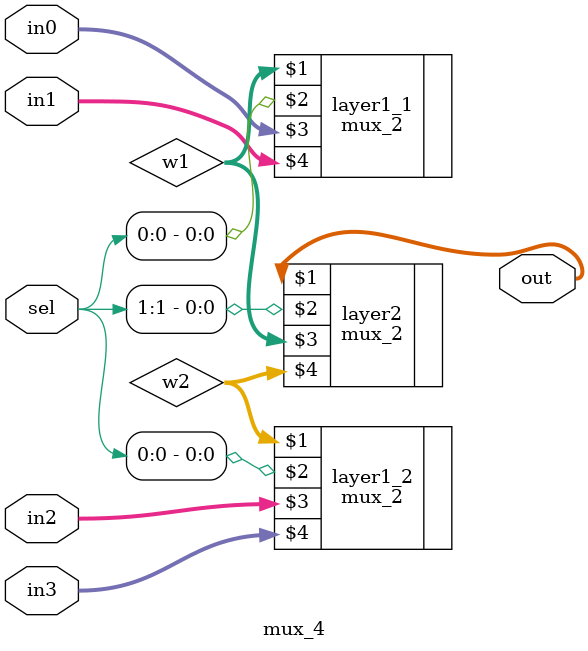
<source format=v>
module mux_4(in0, in1, in2, in3, out, sel);
    input [1:0] sel;
    input [31:0] in0, in1, in2, in3;
    output [31:0] out;
    wire [31:0] w1, w2;
    //module mux_2(out, select, in0, in1);
    mux_2 layer1_1(w1,sel[0],in0, in1);
    mux_2 layer1_2(w2,sel[0], in2, in3);
    mux_2 layer2(out, sel[1], w1, w2);
endmodule
</source>
